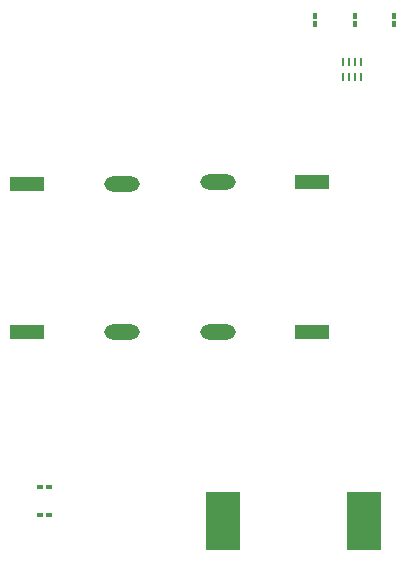
<source format=gtp>
G04*
G04 #@! TF.GenerationSoftware,Altium Limited,Altium Designer,18.1.4 (159)*
G04*
G04 Layer_Color=8421504*
%FSLAX24Y24*%
%MOIN*%
G70*
G01*
G75*
%ADD16O,0.1181X0.0512*%
%ADD17R,0.1181X0.0512*%
%ADD18R,0.1181X0.1969*%
%ADD19R,0.0110X0.0295*%
%ADD20R,0.0197X0.0118*%
%ADD21R,0.0118X0.0197*%
D16*
X30725Y13050D02*
D03*
X27525D02*
D03*
X30725Y18050D02*
D03*
X27525Y18000D02*
D03*
D17*
X33875Y13050D02*
D03*
X24375D02*
D03*
X33875Y18050D02*
D03*
X24375Y18000D02*
D03*
D18*
X30888Y6750D02*
D03*
X35612D02*
D03*
D19*
X35495Y21554D02*
D03*
X35298D02*
D03*
X35102D02*
D03*
X34905D02*
D03*
Y22046D02*
D03*
X35102D02*
D03*
X35298D02*
D03*
X35495D02*
D03*
D20*
X25088Y6943D02*
D03*
X24812D02*
D03*
Y7900D02*
D03*
X25088D02*
D03*
D21*
X35300Y23588D02*
D03*
Y23312D02*
D03*
X33950Y23588D02*
D03*
Y23312D02*
D03*
X36600Y23588D02*
D03*
Y23312D02*
D03*
M02*

</source>
